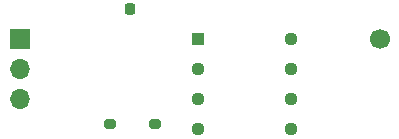
<source format=gbr>
%TF.GenerationSoftware,KiCad,Pcbnew,6.0.11+dfsg-1*%
%TF.CreationDate,2025-05-12T20:35:14-06:00*%
%TF.ProjectId,voltage_mapper,766f6c74-6167-4655-9f6d-61707065722e,rev?*%
%TF.SameCoordinates,Original*%
%TF.FileFunction,Soldermask,Bot*%
%TF.FilePolarity,Negative*%
%FSLAX46Y46*%
G04 Gerber Fmt 4.6, Leading zero omitted, Abs format (unit mm)*
G04 Created by KiCad (PCBNEW 6.0.11+dfsg-1) date 2025-05-12 20:35:14*
%MOMM*%
%LPD*%
G01*
G04 APERTURE LIST*
G04 Aperture macros list*
%AMRoundRect*
0 Rectangle with rounded corners*
0 $1 Rounding radius*
0 $2 $3 $4 $5 $6 $7 $8 $9 X,Y pos of 4 corners*
0 Add a 4 corners polygon primitive as box body*
4,1,4,$2,$3,$4,$5,$6,$7,$8,$9,$2,$3,0*
0 Add four circle primitives for the rounded corners*
1,1,$1+$1,$2,$3*
1,1,$1+$1,$4,$5*
1,1,$1+$1,$6,$7*
1,1,$1+$1,$8,$9*
0 Add four rect primitives between the rounded corners*
20,1,$1+$1,$2,$3,$4,$5,0*
20,1,$1+$1,$4,$5,$6,$7,0*
20,1,$1+$1,$6,$7,$8,$9,0*
20,1,$1+$1,$8,$9,$2,$3,0*%
G04 Aperture macros list end*
%ADD10C,1.700000*%
%ADD11R,1.700000X1.700000*%
%ADD12O,1.700000X1.700000*%
%ADD13RoundRect,0.200000X-0.275000X0.200000X-0.275000X-0.200000X0.275000X-0.200000X0.275000X0.200000X0*%
%ADD14RoundRect,0.218750X0.218750X0.256250X-0.218750X0.256250X-0.218750X-0.256250X0.218750X-0.256250X0*%
%ADD15R,1.130000X1.130000*%
%ADD16C,1.130000*%
G04 APERTURE END LIST*
D10*
%TO.C,J2*%
X157480000Y-93980000D03*
%TD*%
D11*
%TO.C,J1*%
X127000000Y-93995000D03*
D12*
X127000000Y-96535000D03*
X127000000Y-99075000D03*
%TD*%
D13*
%TO.C,R4*%
X138430000Y-101155000D03*
%TD*%
D14*
%TO.C,Z1*%
X136372500Y-91440000D03*
%TD*%
D15*
%TO.C,LM358*%
X142080000Y-93980000D03*
D16*
X142080000Y-96520000D03*
X142080000Y-99060000D03*
X142080000Y-101600000D03*
X150020000Y-101600000D03*
X150020000Y-99060000D03*
X150020000Y-96520000D03*
X150020000Y-93980000D03*
%TD*%
D13*
%TO.C,R2*%
X134620000Y-101155000D03*
%TD*%
M02*

</source>
